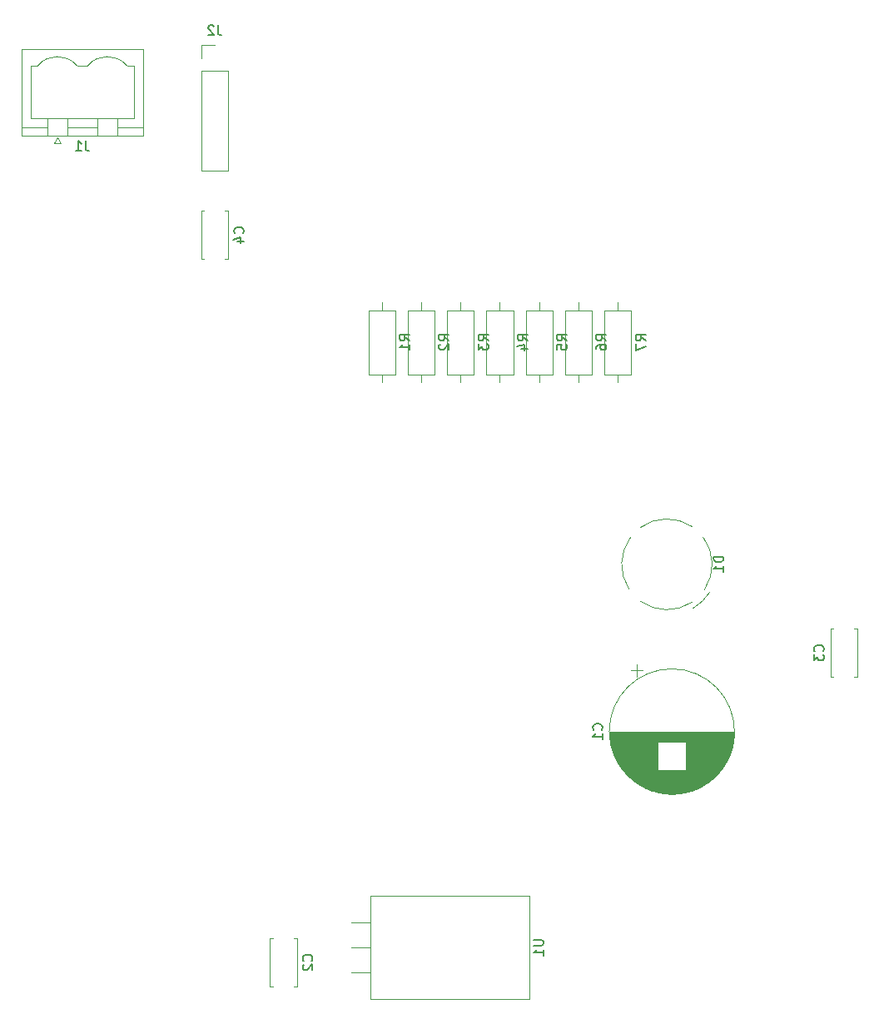
<source format=gbr>
G04 #@! TF.GenerationSoftware,KiCad,Pcbnew,5.0.1*
G04 #@! TF.CreationDate,2019-02-23T16:19:39+01:00*
G04 #@! TF.ProjectId,display,646973706C61792E6B696361645F7063,rev?*
G04 #@! TF.SameCoordinates,Original*
G04 #@! TF.FileFunction,Legend,Bot*
G04 #@! TF.FilePolarity,Positive*
%FSLAX46Y46*%
G04 Gerber Fmt 4.6, Leading zero omitted, Abs format (unit mm)*
G04 Created by KiCad (PCBNEW 5.0.1) date Sat 23 Feb 2019 16:19:39 CET*
%MOMM*%
%LPD*%
G01*
G04 APERTURE LIST*
%ADD10C,0.120000*%
%ADD11C,0.150000*%
G04 APERTURE END LIST*
D10*
G04 #@! TO.C,C2*
X121370000Y-147470000D02*
X121370000Y-142530000D01*
X118630000Y-147470000D02*
X118630000Y-142530000D01*
X121370000Y-147470000D02*
X121055000Y-147470000D01*
X118945000Y-147470000D02*
X118630000Y-147470000D01*
X121370000Y-142530000D02*
X121055000Y-142530000D01*
X118945000Y-142530000D02*
X118630000Y-142530000D01*
G04 #@! TO.C,R7*
X155370000Y-85190000D02*
X152630000Y-85190000D01*
X152630000Y-85190000D02*
X152630000Y-78650000D01*
X152630000Y-78650000D02*
X155370000Y-78650000D01*
X155370000Y-78650000D02*
X155370000Y-85190000D01*
X154000000Y-85960000D02*
X154000000Y-85190000D01*
X154000000Y-77880000D02*
X154000000Y-78650000D01*
G04 #@! TO.C,R5*
X146000000Y-77880000D02*
X146000000Y-78650000D01*
X146000000Y-85960000D02*
X146000000Y-85190000D01*
X147370000Y-78650000D02*
X147370000Y-85190000D01*
X144630000Y-78650000D02*
X147370000Y-78650000D01*
X144630000Y-85190000D02*
X144630000Y-78650000D01*
X147370000Y-85190000D02*
X144630000Y-85190000D01*
G04 #@! TO.C,R4*
X143370000Y-85190000D02*
X140630000Y-85190000D01*
X140630000Y-85190000D02*
X140630000Y-78650000D01*
X140630000Y-78650000D02*
X143370000Y-78650000D01*
X143370000Y-78650000D02*
X143370000Y-85190000D01*
X142000000Y-85960000D02*
X142000000Y-85190000D01*
X142000000Y-77880000D02*
X142000000Y-78650000D01*
G04 #@! TO.C,R1*
X130000000Y-77880000D02*
X130000000Y-78650000D01*
X130000000Y-85960000D02*
X130000000Y-85190000D01*
X131370000Y-78650000D02*
X131370000Y-85190000D01*
X128630000Y-78650000D02*
X131370000Y-78650000D01*
X128630000Y-85190000D02*
X128630000Y-78650000D01*
X131370000Y-85190000D02*
X128630000Y-85190000D01*
G04 #@! TO.C,R2*
X135370000Y-85190000D02*
X132630000Y-85190000D01*
X132630000Y-85190000D02*
X132630000Y-78650000D01*
X132630000Y-78650000D02*
X135370000Y-78650000D01*
X135370000Y-78650000D02*
X135370000Y-85190000D01*
X134000000Y-85960000D02*
X134000000Y-85190000D01*
X134000000Y-77880000D02*
X134000000Y-78650000D01*
G04 #@! TO.C,R3*
X138000000Y-77880000D02*
X138000000Y-78650000D01*
X138000000Y-85960000D02*
X138000000Y-85190000D01*
X139370000Y-78650000D02*
X139370000Y-85190000D01*
X136630000Y-78650000D02*
X139370000Y-78650000D01*
X136630000Y-85190000D02*
X136630000Y-78650000D01*
X139370000Y-85190000D02*
X136630000Y-85190000D01*
G04 #@! TO.C,R6*
X151370000Y-85190000D02*
X148630000Y-85190000D01*
X148630000Y-85190000D02*
X148630000Y-78650000D01*
X148630000Y-78650000D02*
X151370000Y-78650000D01*
X151370000Y-78650000D02*
X151370000Y-85190000D01*
X150000000Y-85960000D02*
X150000000Y-85190000D01*
X150000000Y-77880000D02*
X150000000Y-78650000D01*
G04 #@! TO.C,C1*
X165870000Y-121500000D02*
G75*
G03X165870000Y-121500000I-6370000J0D01*
G01*
X153170000Y-121500000D02*
X165830000Y-121500000D01*
X153170000Y-121540000D02*
X165830000Y-121540000D01*
X153170000Y-121580000D02*
X165830000Y-121580000D01*
X153171000Y-121620000D02*
X165829000Y-121620000D01*
X153172000Y-121660000D02*
X165828000Y-121660000D01*
X153173000Y-121700000D02*
X165827000Y-121700000D01*
X153174000Y-121740000D02*
X165826000Y-121740000D01*
X153176000Y-121780000D02*
X165824000Y-121780000D01*
X153178000Y-121820000D02*
X165822000Y-121820000D01*
X153180000Y-121860000D02*
X165820000Y-121860000D01*
X153182000Y-121900000D02*
X165818000Y-121900000D01*
X153185000Y-121940000D02*
X165815000Y-121940000D01*
X153188000Y-121980000D02*
X165812000Y-121980000D01*
X153191000Y-122020000D02*
X165809000Y-122020000D01*
X153194000Y-122060000D02*
X165806000Y-122060000D01*
X153198000Y-122100000D02*
X165802000Y-122100000D01*
X153202000Y-122140000D02*
X165798000Y-122140000D01*
X153206000Y-122180000D02*
X165794000Y-122180000D01*
X153210000Y-122221000D02*
X165790000Y-122221000D01*
X153215000Y-122261000D02*
X165785000Y-122261000D01*
X153220000Y-122301000D02*
X165780000Y-122301000D01*
X153225000Y-122341000D02*
X165775000Y-122341000D01*
X153231000Y-122381000D02*
X165769000Y-122381000D01*
X153236000Y-122421000D02*
X165764000Y-122421000D01*
X153242000Y-122461000D02*
X165758000Y-122461000D01*
X153248000Y-122501000D02*
X165752000Y-122501000D01*
X153255000Y-122541000D02*
X165745000Y-122541000D01*
X153262000Y-122581000D02*
X158060000Y-122581000D01*
X160940000Y-122581000D02*
X165738000Y-122581000D01*
X153269000Y-122621000D02*
X158060000Y-122621000D01*
X160940000Y-122621000D02*
X165731000Y-122621000D01*
X153276000Y-122661000D02*
X158060000Y-122661000D01*
X160940000Y-122661000D02*
X165724000Y-122661000D01*
X153284000Y-122701000D02*
X158060000Y-122701000D01*
X160940000Y-122701000D02*
X165716000Y-122701000D01*
X153291000Y-122741000D02*
X158060000Y-122741000D01*
X160940000Y-122741000D02*
X165709000Y-122741000D01*
X153299000Y-122781000D02*
X158060000Y-122781000D01*
X160940000Y-122781000D02*
X165701000Y-122781000D01*
X153308000Y-122821000D02*
X158060000Y-122821000D01*
X160940000Y-122821000D02*
X165692000Y-122821000D01*
X153316000Y-122861000D02*
X158060000Y-122861000D01*
X160940000Y-122861000D02*
X165684000Y-122861000D01*
X153325000Y-122901000D02*
X158060000Y-122901000D01*
X160940000Y-122901000D02*
X165675000Y-122901000D01*
X153334000Y-122941000D02*
X158060000Y-122941000D01*
X160940000Y-122941000D02*
X165666000Y-122941000D01*
X153344000Y-122981000D02*
X158060000Y-122981000D01*
X160940000Y-122981000D02*
X165656000Y-122981000D01*
X153354000Y-123021000D02*
X158060000Y-123021000D01*
X160940000Y-123021000D02*
X165646000Y-123021000D01*
X153363000Y-123061000D02*
X158060000Y-123061000D01*
X160940000Y-123061000D02*
X165637000Y-123061000D01*
X153374000Y-123101000D02*
X158060000Y-123101000D01*
X160940000Y-123101000D02*
X165626000Y-123101000D01*
X153384000Y-123141000D02*
X158060000Y-123141000D01*
X160940000Y-123141000D02*
X165616000Y-123141000D01*
X153395000Y-123181000D02*
X158060000Y-123181000D01*
X160940000Y-123181000D02*
X165605000Y-123181000D01*
X153406000Y-123221000D02*
X158060000Y-123221000D01*
X160940000Y-123221000D02*
X165594000Y-123221000D01*
X153417000Y-123261000D02*
X158060000Y-123261000D01*
X160940000Y-123261000D02*
X165583000Y-123261000D01*
X153429000Y-123301000D02*
X158060000Y-123301000D01*
X160940000Y-123301000D02*
X165571000Y-123301000D01*
X153441000Y-123341000D02*
X158060000Y-123341000D01*
X160940000Y-123341000D02*
X165559000Y-123341000D01*
X153453000Y-123381000D02*
X158060000Y-123381000D01*
X160940000Y-123381000D02*
X165547000Y-123381000D01*
X153466000Y-123421000D02*
X158060000Y-123421000D01*
X160940000Y-123421000D02*
X165534000Y-123421000D01*
X153479000Y-123461000D02*
X158060000Y-123461000D01*
X160940000Y-123461000D02*
X165521000Y-123461000D01*
X153492000Y-123501000D02*
X158060000Y-123501000D01*
X160940000Y-123501000D02*
X165508000Y-123501000D01*
X153505000Y-123541000D02*
X158060000Y-123541000D01*
X160940000Y-123541000D02*
X165495000Y-123541000D01*
X153519000Y-123581000D02*
X158060000Y-123581000D01*
X160940000Y-123581000D02*
X165481000Y-123581000D01*
X153533000Y-123621000D02*
X158060000Y-123621000D01*
X160940000Y-123621000D02*
X165467000Y-123621000D01*
X153547000Y-123661000D02*
X158060000Y-123661000D01*
X160940000Y-123661000D02*
X165453000Y-123661000D01*
X153561000Y-123701000D02*
X158060000Y-123701000D01*
X160940000Y-123701000D02*
X165439000Y-123701000D01*
X153576000Y-123741000D02*
X158060000Y-123741000D01*
X160940000Y-123741000D02*
X165424000Y-123741000D01*
X153592000Y-123781000D02*
X158060000Y-123781000D01*
X160940000Y-123781000D02*
X165408000Y-123781000D01*
X153607000Y-123821000D02*
X158060000Y-123821000D01*
X160940000Y-123821000D02*
X165393000Y-123821000D01*
X153623000Y-123861000D02*
X158060000Y-123861000D01*
X160940000Y-123861000D02*
X165377000Y-123861000D01*
X153639000Y-123901000D02*
X158060000Y-123901000D01*
X160940000Y-123901000D02*
X165361000Y-123901000D01*
X153655000Y-123941000D02*
X158060000Y-123941000D01*
X160940000Y-123941000D02*
X165345000Y-123941000D01*
X153672000Y-123981000D02*
X158060000Y-123981000D01*
X160940000Y-123981000D02*
X165328000Y-123981000D01*
X153689000Y-124021000D02*
X158060000Y-124021000D01*
X160940000Y-124021000D02*
X165311000Y-124021000D01*
X153707000Y-124061000D02*
X158060000Y-124061000D01*
X160940000Y-124061000D02*
X165293000Y-124061000D01*
X153724000Y-124101000D02*
X158060000Y-124101000D01*
X160940000Y-124101000D02*
X165276000Y-124101000D01*
X153742000Y-124141000D02*
X158060000Y-124141000D01*
X160940000Y-124141000D02*
X165258000Y-124141000D01*
X153761000Y-124181000D02*
X158060000Y-124181000D01*
X160940000Y-124181000D02*
X165239000Y-124181000D01*
X153779000Y-124221000D02*
X158060000Y-124221000D01*
X160940000Y-124221000D02*
X165221000Y-124221000D01*
X153798000Y-124261000D02*
X158060000Y-124261000D01*
X160940000Y-124261000D02*
X165202000Y-124261000D01*
X153818000Y-124301000D02*
X158060000Y-124301000D01*
X160940000Y-124301000D02*
X165182000Y-124301000D01*
X153838000Y-124341000D02*
X158060000Y-124341000D01*
X160940000Y-124341000D02*
X165162000Y-124341000D01*
X153858000Y-124381000D02*
X158060000Y-124381000D01*
X160940000Y-124381000D02*
X165142000Y-124381000D01*
X153878000Y-124421000D02*
X158060000Y-124421000D01*
X160940000Y-124421000D02*
X165122000Y-124421000D01*
X153899000Y-124461000D02*
X158060000Y-124461000D01*
X160940000Y-124461000D02*
X165101000Y-124461000D01*
X153920000Y-124501000D02*
X158060000Y-124501000D01*
X160940000Y-124501000D02*
X165080000Y-124501000D01*
X153942000Y-124541000D02*
X158060000Y-124541000D01*
X160940000Y-124541000D02*
X165058000Y-124541000D01*
X153964000Y-124581000D02*
X158060000Y-124581000D01*
X160940000Y-124581000D02*
X165036000Y-124581000D01*
X153986000Y-124621000D02*
X158060000Y-124621000D01*
X160940000Y-124621000D02*
X165014000Y-124621000D01*
X154009000Y-124661000D02*
X158060000Y-124661000D01*
X160940000Y-124661000D02*
X164991000Y-124661000D01*
X154032000Y-124701000D02*
X158060000Y-124701000D01*
X160940000Y-124701000D02*
X164968000Y-124701000D01*
X154055000Y-124741000D02*
X158060000Y-124741000D01*
X160940000Y-124741000D02*
X164945000Y-124741000D01*
X154079000Y-124781000D02*
X158060000Y-124781000D01*
X160940000Y-124781000D02*
X164921000Y-124781000D01*
X154103000Y-124821000D02*
X158060000Y-124821000D01*
X160940000Y-124821000D02*
X164897000Y-124821000D01*
X154128000Y-124861000D02*
X158060000Y-124861000D01*
X160940000Y-124861000D02*
X164872000Y-124861000D01*
X154153000Y-124901000D02*
X158060000Y-124901000D01*
X160940000Y-124901000D02*
X164847000Y-124901000D01*
X154178000Y-124941000D02*
X158060000Y-124941000D01*
X160940000Y-124941000D02*
X164822000Y-124941000D01*
X154204000Y-124981000D02*
X158060000Y-124981000D01*
X160940000Y-124981000D02*
X164796000Y-124981000D01*
X154230000Y-125021000D02*
X158060000Y-125021000D01*
X160940000Y-125021000D02*
X164770000Y-125021000D01*
X154257000Y-125061000D02*
X158060000Y-125061000D01*
X160940000Y-125061000D02*
X164743000Y-125061000D01*
X154284000Y-125101000D02*
X158060000Y-125101000D01*
X160940000Y-125101000D02*
X164716000Y-125101000D01*
X154312000Y-125141000D02*
X158060000Y-125141000D01*
X160940000Y-125141000D02*
X164688000Y-125141000D01*
X154340000Y-125181000D02*
X158060000Y-125181000D01*
X160940000Y-125181000D02*
X164660000Y-125181000D01*
X154369000Y-125221000D02*
X158060000Y-125221000D01*
X160940000Y-125221000D02*
X164631000Y-125221000D01*
X154398000Y-125261000D02*
X158060000Y-125261000D01*
X160940000Y-125261000D02*
X164602000Y-125261000D01*
X154427000Y-125301000D02*
X158060000Y-125301000D01*
X160940000Y-125301000D02*
X164573000Y-125301000D01*
X154457000Y-125341000D02*
X158060000Y-125341000D01*
X160940000Y-125341000D02*
X164543000Y-125341000D01*
X154488000Y-125381000D02*
X158060000Y-125381000D01*
X160940000Y-125381000D02*
X164512000Y-125381000D01*
X154518000Y-125421000D02*
X158060000Y-125421000D01*
X160940000Y-125421000D02*
X164482000Y-125421000D01*
X154550000Y-125461000D02*
X164450000Y-125461000D01*
X154582000Y-125501000D02*
X164418000Y-125501000D01*
X154615000Y-125541000D02*
X164385000Y-125541000D01*
X154648000Y-125581000D02*
X164352000Y-125581000D01*
X154681000Y-125621000D02*
X164319000Y-125621000D01*
X154715000Y-125661000D02*
X164285000Y-125661000D01*
X154750000Y-125701000D02*
X164250000Y-125701000D01*
X154786000Y-125741000D02*
X164214000Y-125741000D01*
X154822000Y-125781000D02*
X164178000Y-125781000D01*
X154858000Y-125821000D02*
X164142000Y-125821000D01*
X154895000Y-125861000D02*
X164105000Y-125861000D01*
X154933000Y-125901000D02*
X164067000Y-125901000D01*
X154972000Y-125941000D02*
X164028000Y-125941000D01*
X155011000Y-125981000D02*
X163989000Y-125981000D01*
X155051000Y-126021000D02*
X163949000Y-126021000D01*
X155092000Y-126061000D02*
X163908000Y-126061000D01*
X155133000Y-126101000D02*
X163867000Y-126101000D01*
X155175000Y-126141000D02*
X163825000Y-126141000D01*
X155218000Y-126181000D02*
X163782000Y-126181000D01*
X155262000Y-126221000D02*
X163738000Y-126221000D01*
X155306000Y-126261000D02*
X163694000Y-126261000D01*
X155352000Y-126301000D02*
X163648000Y-126301000D01*
X155398000Y-126341000D02*
X163602000Y-126341000D01*
X155445000Y-126381000D02*
X163555000Y-126381000D01*
X155493000Y-126421000D02*
X163507000Y-126421000D01*
X155543000Y-126461000D02*
X163457000Y-126461000D01*
X155593000Y-126501000D02*
X163407000Y-126501000D01*
X155644000Y-126541000D02*
X163356000Y-126541000D01*
X155696000Y-126581000D02*
X163304000Y-126581000D01*
X155750000Y-126621000D02*
X163250000Y-126621000D01*
X155804000Y-126661000D02*
X163196000Y-126661000D01*
X155860000Y-126701000D02*
X163140000Y-126701000D01*
X155917000Y-126741000D02*
X163083000Y-126741000D01*
X155976000Y-126781000D02*
X163024000Y-126781000D01*
X156036000Y-126821000D02*
X162964000Y-126821000D01*
X156098000Y-126861000D02*
X162902000Y-126861000D01*
X156161000Y-126901000D02*
X162839000Y-126901000D01*
X156225000Y-126941000D02*
X162775000Y-126941000D01*
X156292000Y-126981000D02*
X162708000Y-126981000D01*
X156360000Y-127021000D02*
X162640000Y-127021000D01*
X156431000Y-127061000D02*
X162569000Y-127061000D01*
X156504000Y-127101000D02*
X162496000Y-127101000D01*
X156579000Y-127141000D02*
X162421000Y-127141000D01*
X156656000Y-127181000D02*
X162344000Y-127181000D01*
X156736000Y-127221000D02*
X162264000Y-127221000D01*
X156819000Y-127261000D02*
X162181000Y-127261000D01*
X156906000Y-127301000D02*
X162094000Y-127301000D01*
X156996000Y-127341000D02*
X162004000Y-127341000D01*
X157090000Y-127381000D02*
X161910000Y-127381000D01*
X157188000Y-127421000D02*
X161812000Y-127421000D01*
X157291000Y-127461000D02*
X161709000Y-127461000D01*
X157400000Y-127501000D02*
X161600000Y-127501000D01*
X157516000Y-127541000D02*
X161484000Y-127541000D01*
X157639000Y-127581000D02*
X161361000Y-127581000D01*
X157772000Y-127621000D02*
X161228000Y-127621000D01*
X157917000Y-127661000D02*
X161083000Y-127661000D01*
X158078000Y-127701000D02*
X160922000Y-127701000D01*
X158259000Y-127741000D02*
X160741000Y-127741000D01*
X158472000Y-127781000D02*
X160528000Y-127781000D01*
X158743000Y-127821000D02*
X160257000Y-127821000D01*
X159183000Y-127861000D02*
X159817000Y-127861000D01*
X155925000Y-114682918D02*
X155925000Y-115932918D01*
X155300000Y-115307918D02*
X156550000Y-115307918D01*
G04 #@! TO.C,C3*
X178055000Y-115970000D02*
X178370000Y-115970000D01*
X175630000Y-115970000D02*
X175945000Y-115970000D01*
X178055000Y-111030000D02*
X178370000Y-111030000D01*
X175630000Y-111030000D02*
X175945000Y-111030000D01*
X178370000Y-111030000D02*
X178370000Y-115970000D01*
X175630000Y-111030000D02*
X175630000Y-115970000D01*
G04 #@! TO.C,C4*
X114370000Y-73470000D02*
X114370000Y-68530000D01*
X111630000Y-73470000D02*
X111630000Y-68530000D01*
X114370000Y-73470000D02*
X114055000Y-73470000D01*
X111945000Y-73470000D02*
X111630000Y-73470000D01*
X114370000Y-68530000D02*
X114055000Y-68530000D01*
X111945000Y-68530000D02*
X111630000Y-68530000D01*
G04 #@! TO.C,D1*
X161683757Y-108954487D02*
G75*
G03X163350000Y-107350000I-2683757J4454487D01*
G01*
X161586109Y-108329431D02*
G75*
G02X156300000Y-108250000I-2586109J3829431D01*
G01*
X155121200Y-106991467D02*
G75*
G02X155300000Y-101750000I3878800J2491467D01*
G01*
X156301739Y-100752416D02*
G75*
G02X161550000Y-100650000I2698261J-3747584D01*
G01*
X162689371Y-101745269D02*
G75*
G02X162800000Y-107100000I-3689371J-2754731D01*
G01*
G04 #@! TO.C,J1*
X98986841Y-53784179D02*
G75*
G03X95000000Y-53800000I-1986841J-1665821D01*
G01*
X104066841Y-53784179D02*
G75*
G03X100080000Y-53800000I-1986841J-1665821D01*
G01*
X93350000Y-60910000D02*
X93350000Y-52090000D01*
X93350000Y-52090000D02*
X105730000Y-52090000D01*
X105730000Y-52090000D02*
X105730000Y-60910000D01*
X105730000Y-60910000D02*
X93350000Y-60910000D01*
X93350000Y-60100000D02*
X95890000Y-60100000D01*
X105730000Y-60100000D02*
X103190000Y-60100000D01*
X98000000Y-60100000D02*
X101080000Y-60100000D01*
X96000000Y-59100000D02*
X96000000Y-60910000D01*
X96000000Y-60910000D02*
X98000000Y-60910000D01*
X98000000Y-60910000D02*
X98000000Y-59100000D01*
X98000000Y-59100000D02*
X96000000Y-59100000D01*
X101080000Y-59100000D02*
X101080000Y-60910000D01*
X101080000Y-60910000D02*
X103080000Y-60910000D01*
X103080000Y-60910000D02*
X103080000Y-59100000D01*
X103080000Y-59100000D02*
X101080000Y-59100000D01*
X99000000Y-53800000D02*
X100080000Y-53800000D01*
X95000000Y-53800000D02*
X94260000Y-53800000D01*
X94260000Y-53800000D02*
X94260000Y-59100000D01*
X94260000Y-59100000D02*
X104820000Y-59100000D01*
X104820000Y-59100000D02*
X104820000Y-53800000D01*
X104820000Y-53800000D02*
X104080000Y-53800000D01*
X97300000Y-61710000D02*
X97000000Y-61110000D01*
X97000000Y-61110000D02*
X96700000Y-61710000D01*
X96700000Y-61710000D02*
X97300000Y-61710000D01*
G04 #@! TO.C,J2*
X114330000Y-54270000D02*
X111670000Y-54270000D01*
X114330000Y-54270000D02*
X114330000Y-64490000D01*
X114330000Y-64490000D02*
X111670000Y-64490000D01*
X111670000Y-54270000D02*
X111670000Y-64490000D01*
X111670000Y-51670000D02*
X111670000Y-53000000D01*
X113000000Y-51670000D02*
X111670000Y-51670000D01*
G04 #@! TO.C,U1*
X128860000Y-148710000D02*
X128860000Y-138210000D01*
X144970000Y-148710000D02*
X144970000Y-138210000D01*
X144970000Y-148710000D02*
X128860000Y-148710000D01*
X144970000Y-138210000D02*
X128860000Y-138210000D01*
X128860000Y-146000000D02*
X126900000Y-146000000D01*
X128860000Y-143460000D02*
X126900000Y-143460000D01*
X128860000Y-140920000D02*
X126900000Y-140920000D01*
G04 #@! TO.C,C2*
D11*
X122857142Y-144833333D02*
X122904761Y-144785714D01*
X122952380Y-144642857D01*
X122952380Y-144547619D01*
X122904761Y-144404761D01*
X122809523Y-144309523D01*
X122714285Y-144261904D01*
X122523809Y-144214285D01*
X122380952Y-144214285D01*
X122190476Y-144261904D01*
X122095238Y-144309523D01*
X122000000Y-144404761D01*
X121952380Y-144547619D01*
X121952380Y-144642857D01*
X122000000Y-144785714D01*
X122047619Y-144833333D01*
X122047619Y-145214285D02*
X122000000Y-145261904D01*
X121952380Y-145357142D01*
X121952380Y-145595238D01*
X122000000Y-145690476D01*
X122047619Y-145738095D01*
X122142857Y-145785714D01*
X122238095Y-145785714D01*
X122380952Y-145738095D01*
X122952380Y-145166666D01*
X122952380Y-145785714D01*
G04 #@! TO.C,R7*
X156822380Y-81753333D02*
X156346190Y-81420000D01*
X156822380Y-81181904D02*
X155822380Y-81181904D01*
X155822380Y-81562857D01*
X155870000Y-81658095D01*
X155917619Y-81705714D01*
X156012857Y-81753333D01*
X156155714Y-81753333D01*
X156250952Y-81705714D01*
X156298571Y-81658095D01*
X156346190Y-81562857D01*
X156346190Y-81181904D01*
X155822380Y-82086666D02*
X155822380Y-82753333D01*
X156822380Y-82324761D01*
G04 #@! TO.C,R5*
X148822380Y-81753333D02*
X148346190Y-81420000D01*
X148822380Y-81181904D02*
X147822380Y-81181904D01*
X147822380Y-81562857D01*
X147870000Y-81658095D01*
X147917619Y-81705714D01*
X148012857Y-81753333D01*
X148155714Y-81753333D01*
X148250952Y-81705714D01*
X148298571Y-81658095D01*
X148346190Y-81562857D01*
X148346190Y-81181904D01*
X147822380Y-82658095D02*
X147822380Y-82181904D01*
X148298571Y-82134285D01*
X148250952Y-82181904D01*
X148203333Y-82277142D01*
X148203333Y-82515238D01*
X148250952Y-82610476D01*
X148298571Y-82658095D01*
X148393809Y-82705714D01*
X148631904Y-82705714D01*
X148727142Y-82658095D01*
X148774761Y-82610476D01*
X148822380Y-82515238D01*
X148822380Y-82277142D01*
X148774761Y-82181904D01*
X148727142Y-82134285D01*
G04 #@! TO.C,R4*
X144822380Y-81753333D02*
X144346190Y-81420000D01*
X144822380Y-81181904D02*
X143822380Y-81181904D01*
X143822380Y-81562857D01*
X143870000Y-81658095D01*
X143917619Y-81705714D01*
X144012857Y-81753333D01*
X144155714Y-81753333D01*
X144250952Y-81705714D01*
X144298571Y-81658095D01*
X144346190Y-81562857D01*
X144346190Y-81181904D01*
X144155714Y-82610476D02*
X144822380Y-82610476D01*
X143774761Y-82372380D02*
X144489047Y-82134285D01*
X144489047Y-82753333D01*
G04 #@! TO.C,R1*
X132822380Y-81753333D02*
X132346190Y-81420000D01*
X132822380Y-81181904D02*
X131822380Y-81181904D01*
X131822380Y-81562857D01*
X131870000Y-81658095D01*
X131917619Y-81705714D01*
X132012857Y-81753333D01*
X132155714Y-81753333D01*
X132250952Y-81705714D01*
X132298571Y-81658095D01*
X132346190Y-81562857D01*
X132346190Y-81181904D01*
X132822380Y-82705714D02*
X132822380Y-82134285D01*
X132822380Y-82420000D02*
X131822380Y-82420000D01*
X131965238Y-82324761D01*
X132060476Y-82229523D01*
X132108095Y-82134285D01*
G04 #@! TO.C,R2*
X136822380Y-81753333D02*
X136346190Y-81420000D01*
X136822380Y-81181904D02*
X135822380Y-81181904D01*
X135822380Y-81562857D01*
X135870000Y-81658095D01*
X135917619Y-81705714D01*
X136012857Y-81753333D01*
X136155714Y-81753333D01*
X136250952Y-81705714D01*
X136298571Y-81658095D01*
X136346190Y-81562857D01*
X136346190Y-81181904D01*
X135917619Y-82134285D02*
X135870000Y-82181904D01*
X135822380Y-82277142D01*
X135822380Y-82515238D01*
X135870000Y-82610476D01*
X135917619Y-82658095D01*
X136012857Y-82705714D01*
X136108095Y-82705714D01*
X136250952Y-82658095D01*
X136822380Y-82086666D01*
X136822380Y-82705714D01*
G04 #@! TO.C,R3*
X140822380Y-81753333D02*
X140346190Y-81420000D01*
X140822380Y-81181904D02*
X139822380Y-81181904D01*
X139822380Y-81562857D01*
X139870000Y-81658095D01*
X139917619Y-81705714D01*
X140012857Y-81753333D01*
X140155714Y-81753333D01*
X140250952Y-81705714D01*
X140298571Y-81658095D01*
X140346190Y-81562857D01*
X140346190Y-81181904D01*
X139822380Y-82086666D02*
X139822380Y-82705714D01*
X140203333Y-82372380D01*
X140203333Y-82515238D01*
X140250952Y-82610476D01*
X140298571Y-82658095D01*
X140393809Y-82705714D01*
X140631904Y-82705714D01*
X140727142Y-82658095D01*
X140774761Y-82610476D01*
X140822380Y-82515238D01*
X140822380Y-82229523D01*
X140774761Y-82134285D01*
X140727142Y-82086666D01*
G04 #@! TO.C,R6*
X152822380Y-81753333D02*
X152346190Y-81420000D01*
X152822380Y-81181904D02*
X151822380Y-81181904D01*
X151822380Y-81562857D01*
X151870000Y-81658095D01*
X151917619Y-81705714D01*
X152012857Y-81753333D01*
X152155714Y-81753333D01*
X152250952Y-81705714D01*
X152298571Y-81658095D01*
X152346190Y-81562857D01*
X152346190Y-81181904D01*
X151822380Y-82610476D02*
X151822380Y-82420000D01*
X151870000Y-82324761D01*
X151917619Y-82277142D01*
X152060476Y-82181904D01*
X152250952Y-82134285D01*
X152631904Y-82134285D01*
X152727142Y-82181904D01*
X152774761Y-82229523D01*
X152822380Y-82324761D01*
X152822380Y-82515238D01*
X152774761Y-82610476D01*
X152727142Y-82658095D01*
X152631904Y-82705714D01*
X152393809Y-82705714D01*
X152298571Y-82658095D01*
X152250952Y-82610476D01*
X152203333Y-82515238D01*
X152203333Y-82324761D01*
X152250952Y-82229523D01*
X152298571Y-82181904D01*
X152393809Y-82134285D01*
G04 #@! TO.C,C1*
X152357142Y-121333333D02*
X152404761Y-121285714D01*
X152452380Y-121142857D01*
X152452380Y-121047619D01*
X152404761Y-120904761D01*
X152309523Y-120809523D01*
X152214285Y-120761904D01*
X152023809Y-120714285D01*
X151880952Y-120714285D01*
X151690476Y-120761904D01*
X151595238Y-120809523D01*
X151500000Y-120904761D01*
X151452380Y-121047619D01*
X151452380Y-121142857D01*
X151500000Y-121285714D01*
X151547619Y-121333333D01*
X152452380Y-122285714D02*
X152452380Y-121714285D01*
X152452380Y-122000000D02*
X151452380Y-122000000D01*
X151595238Y-121904761D01*
X151690476Y-121809523D01*
X151738095Y-121714285D01*
G04 #@! TO.C,C3*
X174857142Y-113333333D02*
X174904761Y-113285714D01*
X174952380Y-113142857D01*
X174952380Y-113047619D01*
X174904761Y-112904761D01*
X174809523Y-112809523D01*
X174714285Y-112761904D01*
X174523809Y-112714285D01*
X174380952Y-112714285D01*
X174190476Y-112761904D01*
X174095238Y-112809523D01*
X174000000Y-112904761D01*
X173952380Y-113047619D01*
X173952380Y-113142857D01*
X174000000Y-113285714D01*
X174047619Y-113333333D01*
X173952380Y-113666666D02*
X173952380Y-114285714D01*
X174333333Y-113952380D01*
X174333333Y-114095238D01*
X174380952Y-114190476D01*
X174428571Y-114238095D01*
X174523809Y-114285714D01*
X174761904Y-114285714D01*
X174857142Y-114238095D01*
X174904761Y-114190476D01*
X174952380Y-114095238D01*
X174952380Y-113809523D01*
X174904761Y-113714285D01*
X174857142Y-113666666D01*
G04 #@! TO.C,C4*
X115857142Y-70833333D02*
X115904761Y-70785714D01*
X115952380Y-70642857D01*
X115952380Y-70547619D01*
X115904761Y-70404761D01*
X115809523Y-70309523D01*
X115714285Y-70261904D01*
X115523809Y-70214285D01*
X115380952Y-70214285D01*
X115190476Y-70261904D01*
X115095238Y-70309523D01*
X115000000Y-70404761D01*
X114952380Y-70547619D01*
X114952380Y-70642857D01*
X115000000Y-70785714D01*
X115047619Y-70833333D01*
X115285714Y-71690476D02*
X115952380Y-71690476D01*
X114904761Y-71452380D02*
X115619047Y-71214285D01*
X115619047Y-71833333D01*
G04 #@! TO.C,D1*
X164746380Y-103721904D02*
X163746380Y-103721904D01*
X163746380Y-103960000D01*
X163794000Y-104102857D01*
X163889238Y-104198095D01*
X163984476Y-104245714D01*
X164174952Y-104293333D01*
X164317809Y-104293333D01*
X164508285Y-104245714D01*
X164603523Y-104198095D01*
X164698761Y-104102857D01*
X164746380Y-103960000D01*
X164746380Y-103721904D01*
X164746380Y-105245714D02*
X164746380Y-104674285D01*
X164746380Y-104960000D02*
X163746380Y-104960000D01*
X163889238Y-104864761D01*
X163984476Y-104769523D01*
X164032095Y-104674285D01*
G04 #@! TO.C,J1*
X99873333Y-61452380D02*
X99873333Y-62166666D01*
X99920952Y-62309523D01*
X100016190Y-62404761D01*
X100159047Y-62452380D01*
X100254285Y-62452380D01*
X98873333Y-62452380D02*
X99444761Y-62452380D01*
X99159047Y-62452380D02*
X99159047Y-61452380D01*
X99254285Y-61595238D01*
X99349523Y-61690476D01*
X99444761Y-61738095D01*
G04 #@! TO.C,J2*
X113333333Y-49682380D02*
X113333333Y-50396666D01*
X113380952Y-50539523D01*
X113476190Y-50634761D01*
X113619047Y-50682380D01*
X113714285Y-50682380D01*
X112904761Y-49777619D02*
X112857142Y-49730000D01*
X112761904Y-49682380D01*
X112523809Y-49682380D01*
X112428571Y-49730000D01*
X112380952Y-49777619D01*
X112333333Y-49872857D01*
X112333333Y-49968095D01*
X112380952Y-50110952D01*
X112952380Y-50682380D01*
X112333333Y-50682380D01*
G04 #@! TO.C,U1*
X145422380Y-142698095D02*
X146231904Y-142698095D01*
X146327142Y-142745714D01*
X146374761Y-142793333D01*
X146422380Y-142888571D01*
X146422380Y-143079047D01*
X146374761Y-143174285D01*
X146327142Y-143221904D01*
X146231904Y-143269523D01*
X145422380Y-143269523D01*
X146422380Y-144269523D02*
X146422380Y-143698095D01*
X146422380Y-143983809D02*
X145422380Y-143983809D01*
X145565238Y-143888571D01*
X145660476Y-143793333D01*
X145708095Y-143698095D01*
G04 #@! TD*
M02*

</source>
